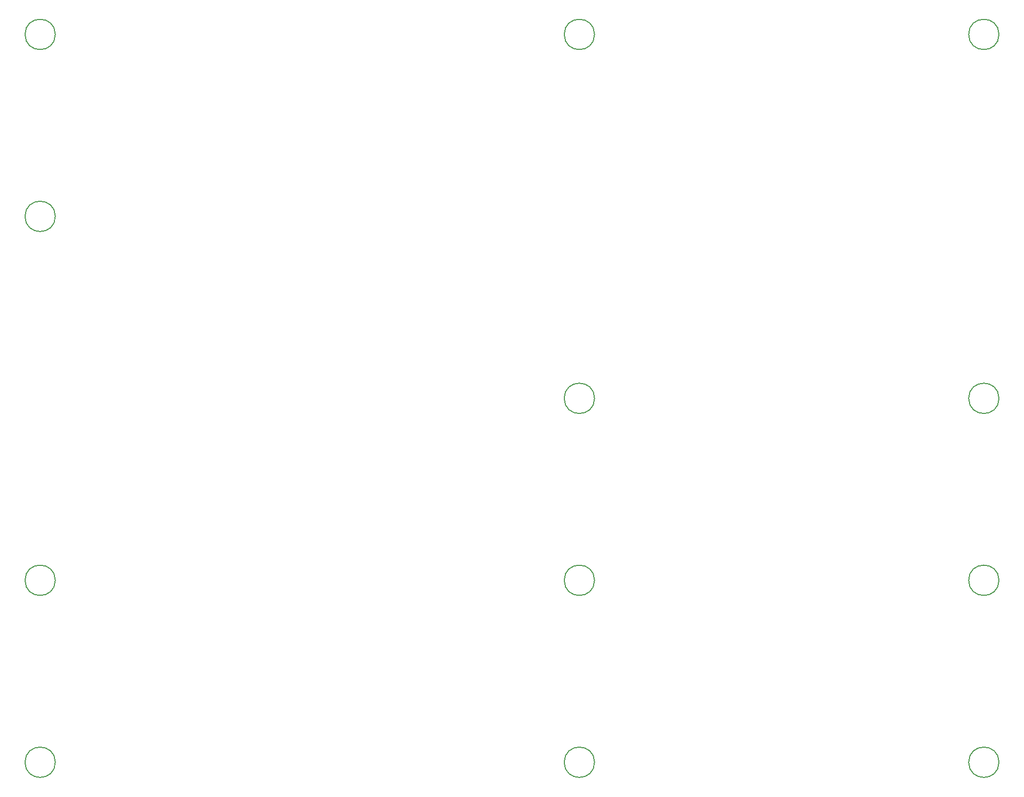
<source format=gbr>
G04 #@! TF.GenerationSoftware,KiCad,Pcbnew,5.1.6*
G04 #@! TF.CreationDate,2020-07-29T11:54:06+02:00*
G04 #@! TF.ProjectId,Power supply,506f7765-7220-4737-9570-706c792e6b69,rev?*
G04 #@! TF.SameCoordinates,Original*
G04 #@! TF.FileFunction,Legend,Bot*
G04 #@! TF.FilePolarity,Positive*
%FSLAX46Y46*%
G04 Gerber Fmt 4.6, Leading zero omitted, Abs format (unit mm)*
G04 Created by KiCad (PCBNEW 5.1.6) date 2020-07-29 11:54:06*
%MOMM*%
%LPD*%
G01*
G04 APERTURE LIST*
%ADD10C,0.200000*%
G04 APERTURE END LIST*
D10*
X123960000Y-103300000D02*
G75*
G03*
X123960000Y-103300000I-2500000J0D01*
G01*
X35060000Y-193300000D02*
G75*
G03*
X35060000Y-193300000I-2500000J0D01*
G01*
X190640000Y-103300001D02*
G75*
G03*
X190640000Y-103300001I-2500000J0D01*
G01*
X190640000Y-193300001D02*
G75*
G03*
X190640000Y-193300001I-2500000J0D01*
G01*
X35060000Y-133300000D02*
G75*
G03*
X35060000Y-133300000I-2500000J0D01*
G01*
X190640000Y-163300001D02*
G75*
G03*
X190640000Y-163300001I-2500000J0D01*
G01*
X123960000Y-223300000D02*
G75*
G03*
X123960000Y-223300000I-2500000J0D01*
G01*
X123960000Y-193300000D02*
G75*
G03*
X123960000Y-193300000I-2500000J0D01*
G01*
X190640000Y-223300001D02*
G75*
G03*
X190640000Y-223300001I-2500000J0D01*
G01*
X35060000Y-103300000D02*
G75*
G03*
X35060000Y-103300000I-2500000J0D01*
G01*
X35060000Y-223300000D02*
G75*
G03*
X35060000Y-223300000I-2500000J0D01*
G01*
X123960000Y-163300000D02*
G75*
G03*
X123960000Y-163300000I-2500000J0D01*
G01*
M02*

</source>
